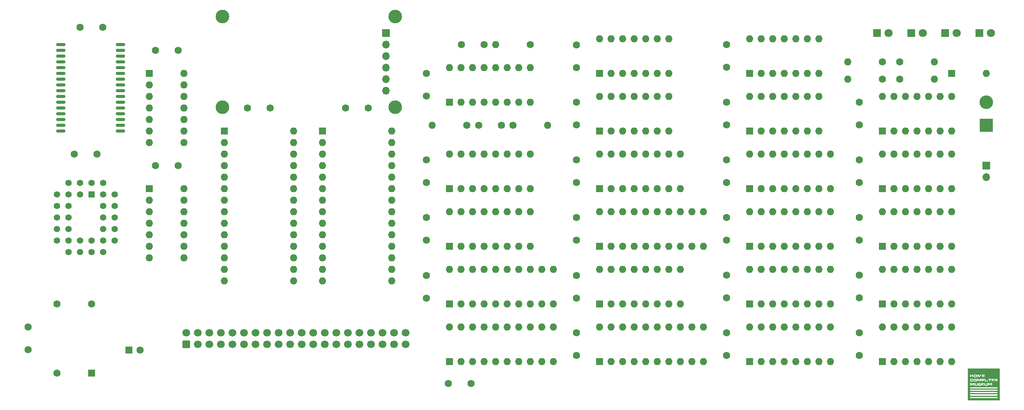
<source format=gbr>
%TF.GenerationSoftware,KiCad,Pcbnew,8.0.2*%
%TF.CreationDate,2024-08-04T17:16:15+02:00*%
%TF.ProjectId,internal-sdcard-interface,696e7465-726e-4616-9c2d-736463617264,P2000T Multifunctiebord*%
%TF.SameCoordinates,Original*%
%TF.FileFunction,Soldermask,Top*%
%TF.FilePolarity,Negative*%
%FSLAX46Y46*%
G04 Gerber Fmt 4.6, Leading zero omitted, Abs format (unit mm)*
G04 Created by KiCad (PCBNEW 8.0.2) date 2024-08-04 17:16:15*
%MOMM*%
%LPD*%
G01*
G04 APERTURE LIST*
G04 Aperture macros list*
%AMRoundRect*
0 Rectangle with rounded corners*
0 $1 Rounding radius*
0 $2 $3 $4 $5 $6 $7 $8 $9 X,Y pos of 4 corners*
0 Add a 4 corners polygon primitive as box body*
4,1,4,$2,$3,$4,$5,$6,$7,$8,$9,$2,$3,0*
0 Add four circle primitives for the rounded corners*
1,1,$1+$1,$2,$3*
1,1,$1+$1,$4,$5*
1,1,$1+$1,$6,$7*
1,1,$1+$1,$8,$9*
0 Add four rect primitives between the rounded corners*
20,1,$1+$1,$2,$3,$4,$5,0*
20,1,$1+$1,$4,$5,$6,$7,0*
20,1,$1+$1,$6,$7,$8,$9,0*
20,1,$1+$1,$8,$9,$2,$3,0*%
G04 Aperture macros list end*
%ADD10C,0.000000*%
%ADD11C,3.000000*%
%ADD12R,1.700000X1.700000*%
%ADD13O,1.700000X1.700000*%
%ADD14C,1.600000*%
%ADD15R,1.600000X1.600000*%
%ADD16O,1.600000X1.600000*%
%ADD17R,1.422400X1.422400*%
%ADD18C,1.422400*%
%ADD19R,1.800000X1.800000*%
%ADD20C,1.800000*%
%ADD21RoundRect,0.150000X-0.875000X-0.150000X0.875000X-0.150000X0.875000X0.150000X-0.875000X0.150000X0*%
%ADD22R,3.000000X3.000000*%
%ADD23RoundRect,0.250000X0.600000X-0.600000X0.600000X0.600000X-0.600000X0.600000X-0.600000X-0.600000X0*%
%ADD24C,1.700000*%
G04 APERTURE END LIST*
D10*
%TO.C,G001*%
G36*
X253293941Y-132248701D02*
G01*
X253330945Y-132248867D01*
X253364187Y-132249329D01*
X253392637Y-132250055D01*
X253415268Y-132251011D01*
X253431053Y-132252165D01*
X253438327Y-132253280D01*
X253451454Y-132259179D01*
X253460322Y-132269156D01*
X253465540Y-132284516D01*
X253467714Y-132306560D01*
X253467869Y-132316617D01*
X253467608Y-132333997D01*
X253466340Y-132345256D01*
X253463337Y-132353022D01*
X253457871Y-132359920D01*
X253455079Y-132362777D01*
X253442289Y-132375567D01*
X253304123Y-132375567D01*
X253165957Y-132375567D01*
X253165957Y-132312122D01*
X253165957Y-132248677D01*
X253293941Y-132248701D01*
G37*
G36*
X256140229Y-132248701D02*
G01*
X256179086Y-132248853D01*
X256213977Y-132249278D01*
X256243960Y-132249947D01*
X256268093Y-132250833D01*
X256285433Y-132251908D01*
X256295038Y-132253145D01*
X256295432Y-132253246D01*
X256308814Y-132258585D01*
X256317627Y-132266822D01*
X256322697Y-132279576D01*
X256324852Y-132298464D01*
X256325096Y-132311244D01*
X256324856Y-132328882D01*
X256323675Y-132340331D01*
X256320858Y-132348147D01*
X256315713Y-132354889D01*
X256312306Y-132358402D01*
X256299516Y-132371192D01*
X256150411Y-132371192D01*
X256001306Y-132371192D01*
X256001306Y-132309934D01*
X256001306Y-132248677D01*
X256140229Y-132248701D01*
G37*
G36*
X251589527Y-132246050D02*
G01*
X251623280Y-132246717D01*
X251654867Y-132247994D01*
X251682955Y-132249881D01*
X251706211Y-132252376D01*
X251723303Y-132255478D01*
X251732477Y-132258891D01*
X251742673Y-132267758D01*
X251750298Y-132280043D01*
X251755867Y-132297181D01*
X251759889Y-132320603D01*
X251762071Y-132341631D01*
X251763650Y-132371089D01*
X251763514Y-132400378D01*
X251761817Y-132427696D01*
X251758713Y-132451241D01*
X251754356Y-132469212D01*
X251750456Y-132477800D01*
X251741992Y-132486269D01*
X251729412Y-132494351D01*
X251725051Y-132496418D01*
X251718719Y-132498735D01*
X251711083Y-132500575D01*
X251701071Y-132502003D01*
X251687612Y-132503084D01*
X251669637Y-132503883D01*
X251646073Y-132504464D01*
X251615851Y-132504893D01*
X251579824Y-132505219D01*
X251546174Y-132505340D01*
X251514346Y-132505199D01*
X251485688Y-132504821D01*
X251461548Y-132504232D01*
X251443275Y-132503457D01*
X251432218Y-132502523D01*
X251431335Y-132502383D01*
X251416030Y-132498398D01*
X251402577Y-132492780D01*
X251398519Y-132490278D01*
X251390304Y-132483441D01*
X251384157Y-132475868D01*
X251379785Y-132466227D01*
X251376894Y-132453188D01*
X251375190Y-132435418D01*
X251374382Y-132411587D01*
X251374174Y-132380363D01*
X251374174Y-132379795D01*
X251374565Y-132345226D01*
X251375927Y-132318241D01*
X251378546Y-132297702D01*
X251382708Y-132282468D01*
X251388697Y-132271399D01*
X251396798Y-132263357D01*
X251404509Y-132258586D01*
X251416122Y-132254943D01*
X251434895Y-132251920D01*
X251459496Y-132249514D01*
X251488592Y-132247726D01*
X251520850Y-132246553D01*
X251554940Y-132245995D01*
X251589527Y-132246050D01*
G37*
G36*
X251652408Y-131313389D02*
G01*
X251690453Y-131314194D01*
X251720783Y-131315281D01*
X251744432Y-131316897D01*
X251762437Y-131319293D01*
X251775833Y-131322715D01*
X251785654Y-131327412D01*
X251792938Y-131333633D01*
X251798718Y-131341625D01*
X251802977Y-131349503D01*
X251806156Y-131356711D01*
X251808467Y-131364685D01*
X251810043Y-131374911D01*
X251811020Y-131388873D01*
X251811533Y-131408056D01*
X251811716Y-131433944D01*
X251811728Y-131445765D01*
X251811515Y-131478377D01*
X251810620Y-131503477D01*
X251808660Y-131522300D01*
X251805250Y-131536082D01*
X251800008Y-131546057D01*
X251792548Y-131553461D01*
X251782489Y-131559526D01*
X251775319Y-131562915D01*
X251768602Y-131565682D01*
X251761482Y-131567851D01*
X251752804Y-131569508D01*
X251741415Y-131570737D01*
X251726158Y-131571625D01*
X251705880Y-131572257D01*
X251679426Y-131572718D01*
X251645641Y-131573094D01*
X251636706Y-131573178D01*
X251603701Y-131573324D01*
X251572054Y-131573174D01*
X251543281Y-131572757D01*
X251518899Y-131572103D01*
X251500424Y-131571241D01*
X251490295Y-131570340D01*
X251466589Y-131565178D01*
X251449421Y-131556582D01*
X251436882Y-131543399D01*
X251431973Y-131535153D01*
X251429133Y-131528717D01*
X251427116Y-131521038D01*
X251425824Y-131510687D01*
X251425155Y-131496234D01*
X251425009Y-131476249D01*
X251425287Y-131449301D01*
X251425409Y-131441390D01*
X251426114Y-131409625D01*
X251427270Y-131385299D01*
X251429180Y-131367100D01*
X251432145Y-131353715D01*
X251436467Y-131343835D01*
X251442449Y-131336147D01*
X251450392Y-131329339D01*
X251451379Y-131328603D01*
X251462225Y-131323345D01*
X251479318Y-131319190D01*
X251503095Y-131316107D01*
X251533990Y-131314061D01*
X251572442Y-131313020D01*
X251618886Y-131312950D01*
X251652408Y-131313389D01*
G37*
G36*
X256977051Y-133294430D02*
G01*
X256977051Y-136794861D01*
X253476620Y-136794861D01*
X249976190Y-136794861D01*
X249976190Y-136309176D01*
X250466250Y-136309176D01*
X253476620Y-136309176D01*
X256486991Y-136309176D01*
X256486991Y-136175722D01*
X256486991Y-136042268D01*
X253476620Y-136042268D01*
X250466250Y-136042268D01*
X250466250Y-136175722D01*
X250466250Y-136309176D01*
X249976190Y-136309176D01*
X249976190Y-136175722D01*
X249976190Y-135784111D01*
X250466250Y-135784111D01*
X253476620Y-135784111D01*
X256486991Y-135784111D01*
X256486991Y-135650658D01*
X256486991Y-135517204D01*
X253476620Y-135517204D01*
X250466250Y-135517204D01*
X250466250Y-135650658D01*
X250466250Y-135784111D01*
X249976190Y-135784111D01*
X249976190Y-135650658D01*
X249976190Y-135259047D01*
X250466250Y-135259047D01*
X253476620Y-135259047D01*
X256486991Y-135259047D01*
X256486991Y-135125593D01*
X256486991Y-134992139D01*
X253476620Y-134992139D01*
X250466250Y-134992139D01*
X250466250Y-135125593D01*
X250466250Y-135259047D01*
X249976190Y-135259047D01*
X249976190Y-135125593D01*
X249976190Y-134733982D01*
X250466250Y-134733982D01*
X253476620Y-134733982D01*
X256486991Y-134733982D01*
X256486991Y-134600528D01*
X256486991Y-134467074D01*
X253476620Y-134467074D01*
X250466250Y-134467074D01*
X250466250Y-134600528D01*
X250466250Y-134733982D01*
X249976190Y-134733982D01*
X249976190Y-134600528D01*
X249976190Y-134208918D01*
X250466250Y-134208918D01*
X253476620Y-134208918D01*
X256486991Y-134208918D01*
X256486991Y-134075464D01*
X256486991Y-133942010D01*
X253476620Y-133942010D01*
X250466250Y-133942010D01*
X250466250Y-134075464D01*
X250466250Y-134208918D01*
X249976190Y-134208918D01*
X249976190Y-134075464D01*
X249976190Y-133294430D01*
X249976190Y-133049400D01*
X250475001Y-133049400D01*
X250475001Y-133309745D01*
X250475001Y-133570089D01*
X250554854Y-133570091D01*
X250634708Y-133570093D01*
X250633441Y-133377567D01*
X250632173Y-133185042D01*
X250644419Y-133185042D01*
X250647342Y-133185315D01*
X250650294Y-133186564D01*
X250653639Y-133189431D01*
X250657739Y-133194563D01*
X250662956Y-133202601D01*
X250669654Y-133214190D01*
X250678194Y-133229973D01*
X250688940Y-133250595D01*
X250702253Y-133276699D01*
X250718498Y-133308929D01*
X250738035Y-133347929D01*
X250752848Y-133377565D01*
X250849030Y-133570089D01*
X250917975Y-133570089D01*
X250986919Y-133570089D01*
X251083201Y-133377565D01*
X251105175Y-133333673D01*
X251123622Y-133296981D01*
X251138900Y-133266849D01*
X251151366Y-133242636D01*
X251161380Y-133223702D01*
X251169299Y-133209406D01*
X251175481Y-133199107D01*
X251180285Y-133192165D01*
X251184070Y-133187939D01*
X251187192Y-133185788D01*
X251190011Y-133185072D01*
X251190862Y-133185042D01*
X251202242Y-133185042D01*
X251200697Y-133377566D01*
X251199152Y-133570090D01*
X251279006Y-133570090D01*
X251358860Y-133570089D01*
X251358860Y-133309686D01*
X251358860Y-133049400D01*
X251458805Y-133049400D01*
X251460647Y-133249581D01*
X251461136Y-133298288D01*
X251461649Y-133339054D01*
X251462218Y-133372690D01*
X251462876Y-133400005D01*
X251463656Y-133421811D01*
X251464590Y-133438917D01*
X251465710Y-133452133D01*
X251467048Y-133462271D01*
X251468638Y-133470139D01*
X251469608Y-133473719D01*
X251480293Y-133500785D01*
X251495219Y-133522941D01*
X251515148Y-133540649D01*
X251540839Y-133554371D01*
X251573054Y-133564569D01*
X251612554Y-133571704D01*
X251635150Y-133574257D01*
X251651875Y-133575341D01*
X251675331Y-133576143D01*
X251704210Y-133576674D01*
X251737202Y-133576949D01*
X251773000Y-133576982D01*
X251810295Y-133576787D01*
X251847778Y-133576376D01*
X251884141Y-133575765D01*
X251918075Y-133574966D01*
X251948271Y-133573993D01*
X251973422Y-133572859D01*
X251992219Y-133571580D01*
X252002064Y-133570415D01*
X252029394Y-133563469D01*
X252055835Y-133552817D01*
X252078905Y-133539685D01*
X252096123Y-133525299D01*
X252098259Y-133522855D01*
X252108279Y-133509255D01*
X252116096Y-133494760D01*
X252122061Y-133477942D01*
X252126524Y-133457374D01*
X252129839Y-133431630D01*
X252132355Y-133399283D01*
X252132591Y-133395068D01*
X252215214Y-133395068D01*
X252218229Y-133438845D01*
X252220219Y-133459945D01*
X252223033Y-133479929D01*
X252226204Y-133495746D01*
X252227776Y-133501134D01*
X252237935Y-133521886D01*
X252252800Y-133538703D01*
X252273143Y-133551972D01*
X252299733Y-133562083D01*
X252333338Y-133569425D01*
X252372459Y-133574187D01*
X252392879Y-133575500D01*
X252420412Y-133576544D01*
X252453424Y-133577318D01*
X252490280Y-133577822D01*
X252529348Y-133578057D01*
X252568992Y-133578020D01*
X252607579Y-133577711D01*
X252643474Y-133577131D01*
X252675044Y-133576279D01*
X252700655Y-133575153D01*
X252713089Y-133574295D01*
X252745811Y-133570089D01*
X252942804Y-133570089D01*
X253231590Y-133570089D01*
X253520376Y-133570089D01*
X253520376Y-133506644D01*
X253520376Y-133443198D01*
X253310350Y-133443198D01*
X253100324Y-133443198D01*
X253100324Y-133403819D01*
X253100324Y-133364439D01*
X253299411Y-133364439D01*
X253498498Y-133364439D01*
X253498498Y-133305369D01*
X253498498Y-133246299D01*
X253299411Y-133246299D01*
X253100324Y-133246299D01*
X253100324Y-133211295D01*
X253100324Y-133176291D01*
X253310350Y-133176291D01*
X253520376Y-133176291D01*
X253520376Y-133112845D01*
X253520376Y-133049400D01*
X253602819Y-133049400D01*
X253604763Y-133249581D01*
X253605286Y-133300090D01*
X253605847Y-133342669D01*
X253606529Y-133378137D01*
X253607414Y-133407317D01*
X253608585Y-133431029D01*
X253610126Y-133450092D01*
X253612118Y-133465328D01*
X253614645Y-133477558D01*
X253617789Y-133487601D01*
X253621633Y-133496280D01*
X253626259Y-133504413D01*
X253631224Y-133512039D01*
X253647179Y-133530905D01*
X253667595Y-133546017D01*
X253693408Y-133557767D01*
X253725555Y-133566549D01*
X253764974Y-133572760D01*
X253779164Y-133574257D01*
X253795889Y-133575341D01*
X253819345Y-133576143D01*
X253848223Y-133576674D01*
X253881216Y-133576949D01*
X253917014Y-133576982D01*
X253954309Y-133576787D01*
X253991792Y-133576376D01*
X254028154Y-133575765D01*
X254062089Y-133574966D01*
X254092285Y-133573993D01*
X254117436Y-133572859D01*
X254136232Y-133571580D01*
X254146078Y-133570415D01*
X254147299Y-133570089D01*
X254377981Y-133570089D01*
X254459503Y-133570089D01*
X254541026Y-133570089D01*
X254537787Y-133377565D01*
X254534549Y-133185042D01*
X254547272Y-133185042D01*
X254550271Y-133185261D01*
X254553235Y-133186346D01*
X254556532Y-133188939D01*
X254560527Y-133193681D01*
X254565590Y-133201215D01*
X254572086Y-133212181D01*
X254580383Y-133227221D01*
X254590848Y-133246977D01*
X254603849Y-133272091D01*
X254619753Y-133303204D01*
X254638926Y-133340957D01*
X254657526Y-133377675D01*
X254755057Y-133570307D01*
X254823410Y-133569104D01*
X254891763Y-133567901D01*
X254988197Y-133376565D01*
X255010251Y-133332855D01*
X255028756Y-133296332D01*
X255044075Y-133266354D01*
X255056568Y-133242279D01*
X255066597Y-133223468D01*
X255074525Y-133209276D01*
X255080713Y-133199064D01*
X255085523Y-133192188D01*
X255089317Y-133188009D01*
X255092455Y-133185883D01*
X255095301Y-133185170D01*
X255096129Y-133185136D01*
X255107627Y-133185042D01*
X255105327Y-133377565D01*
X255103028Y-133570089D01*
X255182434Y-133570089D01*
X255261840Y-133570089D01*
X255261840Y-133309745D01*
X255261840Y-133049400D01*
X255117955Y-133049400D01*
X254974071Y-133049400D01*
X254902926Y-133203638D01*
X254886941Y-133238335D01*
X254871975Y-133270908D01*
X254858457Y-133300415D01*
X254846816Y-133325913D01*
X254837482Y-133346462D01*
X254830885Y-133361121D01*
X254827454Y-133368947D01*
X254827207Y-133369557D01*
X254825848Y-133371925D01*
X254824010Y-133372297D01*
X254821356Y-133370024D01*
X254817545Y-133364457D01*
X254812239Y-133354946D01*
X254805099Y-133340841D01*
X254795785Y-133321494D01*
X254783959Y-133296254D01*
X254769281Y-133264473D01*
X254751412Y-133225500D01*
X254747256Y-133216413D01*
X254671878Y-133051588D01*
X254524930Y-133050436D01*
X254377981Y-133049284D01*
X254377981Y-133309686D01*
X254377981Y-133570089D01*
X254147299Y-133570089D01*
X254183400Y-133560447D01*
X254214825Y-133544715D01*
X254239919Y-133523556D01*
X254258251Y-133497307D01*
X254266720Y-133476443D01*
X254269844Y-133461513D01*
X254272670Y-133438510D01*
X254275164Y-133408109D01*
X254277295Y-133370984D01*
X254279029Y-133327810D01*
X254279517Y-133309686D01*
X254280335Y-133279261D01*
X254281180Y-133226012D01*
X254281531Y-133168736D01*
X254281532Y-133168633D01*
X254281719Y-133049400D01*
X254200772Y-133049400D01*
X254119824Y-133049400D01*
X254119662Y-133166446D01*
X254119462Y-133201400D01*
X254118988Y-133236915D01*
X254118287Y-133270999D01*
X254117404Y-133301662D01*
X254116385Y-133326914D01*
X254115640Y-133339950D01*
X254113410Y-133367156D01*
X254110550Y-133387190D01*
X254106385Y-133401633D01*
X254100237Y-133412064D01*
X254091429Y-133420064D01*
X254079285Y-133427211D01*
X254077974Y-133427882D01*
X254071569Y-133430754D01*
X254064263Y-133432967D01*
X254054801Y-133434630D01*
X254041927Y-133435855D01*
X254024385Y-133436752D01*
X254000918Y-133437430D01*
X253970272Y-133438002D01*
X253961322Y-133438141D01*
X253915557Y-133438473D01*
X253877730Y-133437808D01*
X253847063Y-133435936D01*
X253822776Y-133432647D01*
X253804094Y-133427729D01*
X253790236Y-133420971D01*
X253780426Y-133412164D01*
X253773884Y-133401096D01*
X253769834Y-133387556D01*
X253769562Y-133386192D01*
X253768681Y-133377327D01*
X253767863Y-133360851D01*
X253767133Y-133337902D01*
X253766515Y-133309621D01*
X253766036Y-133277147D01*
X253765720Y-133241620D01*
X253765596Y-133208013D01*
X253765406Y-133049400D01*
X253684112Y-133049400D01*
X253602819Y-133049400D01*
X253520376Y-133049400D01*
X253231590Y-133049400D01*
X252942804Y-133049400D01*
X252942804Y-133309745D01*
X252942804Y-133570089D01*
X252745811Y-133570089D01*
X252751521Y-133569355D01*
X252782823Y-133561209D01*
X252807608Y-133549129D01*
X252826491Y-133532389D01*
X252840087Y-133510261D01*
X252849009Y-133482016D01*
X252853873Y-133446928D01*
X252855294Y-133405881D01*
X252854327Y-133371158D01*
X252851195Y-133343544D01*
X252845554Y-133321588D01*
X252839884Y-133309745D01*
X252837057Y-133303840D01*
X252828173Y-133291923D01*
X252820028Y-133283256D01*
X252811479Y-133275837D01*
X252801772Y-133269538D01*
X252790149Y-133264230D01*
X252775855Y-133259781D01*
X252758134Y-133256064D01*
X252736228Y-133252949D01*
X252709383Y-133250306D01*
X252676843Y-133248006D01*
X252637850Y-133245920D01*
X252591648Y-133243917D01*
X252537483Y-133241869D01*
X252535259Y-133241789D01*
X252502889Y-133240470D01*
X252472791Y-133238958D01*
X252446252Y-133237342D01*
X252424559Y-133235707D01*
X252408998Y-133234141D01*
X252400855Y-133232731D01*
X252400727Y-133232687D01*
X252388886Y-133224565D01*
X252382396Y-133212007D01*
X252381356Y-133197576D01*
X252385869Y-133183840D01*
X252396036Y-133173363D01*
X252398333Y-133172092D01*
X252406983Y-133169932D01*
X252422868Y-133167985D01*
X252444473Y-133166296D01*
X252470283Y-133164911D01*
X252498783Y-133163875D01*
X252528459Y-133163232D01*
X252557795Y-133163029D01*
X252585277Y-133163310D01*
X252609390Y-133164121D01*
X252626372Y-133165285D01*
X252650680Y-133169281D01*
X252667301Y-133176266D01*
X252676928Y-133186718D01*
X252680257Y-133201116D01*
X252680272Y-133202345D01*
X252680272Y-133215670D01*
X252759617Y-133215670D01*
X252838962Y-133215670D01*
X252836814Y-133173009D01*
X252833381Y-133138765D01*
X252826321Y-133111685D01*
X252814723Y-133090614D01*
X252797674Y-133074399D01*
X252774262Y-133061883D01*
X252743575Y-133051912D01*
X252740574Y-133051138D01*
X252727205Y-133048908D01*
X252706382Y-133046909D01*
X252679397Y-133045164D01*
X252647545Y-133043698D01*
X252612119Y-133042533D01*
X252574413Y-133041694D01*
X252535720Y-133041204D01*
X252497335Y-133041086D01*
X252460551Y-133041365D01*
X252426661Y-133042064D01*
X252396960Y-133043207D01*
X252376675Y-133044489D01*
X252338246Y-133048778D01*
X252307352Y-133055262D01*
X252282937Y-133064473D01*
X252263942Y-133076943D01*
X252249311Y-133093206D01*
X252237988Y-133113793D01*
X252237669Y-133114527D01*
X252231521Y-133134362D01*
X252226975Y-133160301D01*
X252224267Y-133189803D01*
X252223631Y-133220329D01*
X252225228Y-133248601D01*
X252230396Y-133279457D01*
X252239247Y-133303726D01*
X252252545Y-133323072D01*
X252264596Y-133334326D01*
X252271237Y-133339339D01*
X252278190Y-133343704D01*
X252286133Y-133347500D01*
X252295744Y-133350805D01*
X252307701Y-133353697D01*
X252322683Y-133356253D01*
X252341368Y-133358552D01*
X252364432Y-133360672D01*
X252392555Y-133362691D01*
X252426414Y-133364687D01*
X252466688Y-133366737D01*
X252514054Y-133368920D01*
X252569191Y-133371315D01*
X252595927Y-133372448D01*
X252628495Y-133373929D01*
X252653334Y-133375565D01*
X252671461Y-133377802D01*
X252683894Y-133381084D01*
X252691650Y-133385859D01*
X252695746Y-133392571D01*
X252697201Y-133401666D01*
X252697030Y-133413589D01*
X252696873Y-133416666D01*
X252696220Y-133426555D01*
X252694842Y-133434529D01*
X252691881Y-133440796D01*
X252686474Y-133445560D01*
X252677761Y-133449028D01*
X252664882Y-133451406D01*
X252646975Y-133452899D01*
X252623180Y-133453714D01*
X252592636Y-133454056D01*
X252554482Y-133454131D01*
X252540255Y-133454133D01*
X252503089Y-133454105D01*
X252473628Y-133453977D01*
X252450825Y-133453682D01*
X252433634Y-133453156D01*
X252421009Y-133452334D01*
X252411904Y-133451149D01*
X252405272Y-133449538D01*
X252400066Y-133447435D01*
X252395862Y-133445142D01*
X252385617Y-133437592D01*
X252379900Y-133428119D01*
X252376793Y-133415607D01*
X252373038Y-133395068D01*
X252294126Y-133395068D01*
X252215214Y-133395068D01*
X252132591Y-133395068D01*
X252133428Y-133380087D01*
X252134540Y-133353498D01*
X252135544Y-133320389D01*
X252136395Y-133282989D01*
X252137049Y-133243528D01*
X252137459Y-133204237D01*
X252137581Y-133175197D01*
X252137705Y-133049400D01*
X252056758Y-133049400D01*
X251975811Y-133049400D01*
X251975558Y-133173009D01*
X251975357Y-133208180D01*
X251974922Y-133243296D01*
X251974293Y-133276581D01*
X251973508Y-133306257D01*
X251972607Y-133330548D01*
X251971735Y-133346247D01*
X251969333Y-133372392D01*
X251965953Y-133391486D01*
X251960811Y-133405227D01*
X251953121Y-133415314D01*
X251942096Y-133423443D01*
X251933961Y-133427882D01*
X251927555Y-133430754D01*
X251920249Y-133432967D01*
X251910787Y-133434630D01*
X251897913Y-133435855D01*
X251880371Y-133436752D01*
X251856905Y-133437430D01*
X251826258Y-133438002D01*
X251817308Y-133438141D01*
X251771956Y-133438499D01*
X251734524Y-133437923D01*
X251704209Y-133436192D01*
X251680209Y-133433088D01*
X251661723Y-133428394D01*
X251647948Y-133421889D01*
X251638083Y-133413356D01*
X251631324Y-133402575D01*
X251626871Y-133389327D01*
X251626108Y-133385999D01*
X251624806Y-133375290D01*
X251623684Y-133356592D01*
X251622763Y-133330664D01*
X251622061Y-133298266D01*
X251621600Y-133260158D01*
X251621399Y-133217101D01*
X251621392Y-133206704D01*
X251621392Y-133049400D01*
X251540099Y-133049400D01*
X251458805Y-133049400D01*
X251358860Y-133049400D01*
X251358860Y-133049282D01*
X251213483Y-133050435D01*
X251068105Y-133051588D01*
X250993612Y-133214067D01*
X250977474Y-133249106D01*
X250962421Y-133281482D01*
X250948846Y-133310371D01*
X250937145Y-133334947D01*
X250927712Y-133354384D01*
X250920941Y-133367858D01*
X250917226Y-133374542D01*
X250916667Y-133375124D01*
X250914378Y-133370963D01*
X250908866Y-133359681D01*
X250900526Y-133342123D01*
X250889755Y-133319134D01*
X250876947Y-133291561D01*
X250862499Y-133260249D01*
X250846805Y-133226044D01*
X250840180Y-133211550D01*
X250766143Y-133049400D01*
X250620572Y-133049400D01*
X250475001Y-133049400D01*
X249976190Y-133049400D01*
X249976190Y-132375503D01*
X250466065Y-132375503D01*
X250466214Y-132409605D01*
X250466617Y-132442373D01*
X250467271Y-132472385D01*
X250468174Y-132498218D01*
X250469325Y-132518450D01*
X250470721Y-132531658D01*
X250471047Y-132533419D01*
X250480570Y-132564647D01*
X250494966Y-132589507D01*
X250515018Y-132608731D01*
X250541509Y-132623053D01*
X250575224Y-132633205D01*
X250578506Y-132633911D01*
X250598099Y-132636969D01*
X250625029Y-132639651D01*
X250657888Y-132641924D01*
X250695271Y-132643756D01*
X250735769Y-132645114D01*
X250777976Y-132645968D01*
X250820485Y-132646285D01*
X250861887Y-132646032D01*
X250900777Y-132645177D01*
X250935747Y-132643689D01*
X250954231Y-132642481D01*
X250995839Y-132638387D01*
X251029763Y-132632810D01*
X251057005Y-132625332D01*
X251078566Y-132615536D01*
X251095449Y-132603003D01*
X251108654Y-132587315D01*
X251115841Y-132575030D01*
X251121220Y-132563960D01*
X251124959Y-132554085D01*
X251127422Y-132543332D01*
X251128974Y-132529630D01*
X251129980Y-132510905D01*
X251130636Y-132490947D01*
X251132345Y-132432449D01*
X251048703Y-132432449D01*
X250965061Y-132432449D01*
X250965061Y-132456271D01*
X250964322Y-132470389D01*
X250961592Y-132481951D01*
X250956107Y-132491189D01*
X250947100Y-132498334D01*
X250933804Y-132503618D01*
X250915454Y-132507270D01*
X250891283Y-132509524D01*
X250860526Y-132510609D01*
X250822415Y-132510758D01*
X250785892Y-132510355D01*
X250744936Y-132509712D01*
X250711879Y-132508664D01*
X250685875Y-132506489D01*
X250666081Y-132502467D01*
X250651648Y-132495877D01*
X250641732Y-132485997D01*
X250635488Y-132472108D01*
X250632069Y-132453488D01*
X250630629Y-132429416D01*
X250630323Y-132399172D01*
X250630332Y-132377755D01*
X251212281Y-132377755D01*
X251212415Y-132420407D01*
X251212899Y-132455435D01*
X251213858Y-132483964D01*
X251215419Y-132507117D01*
X251217706Y-132526020D01*
X251220845Y-132541796D01*
X251224962Y-132555571D01*
X251230182Y-132568467D01*
X251234605Y-132577664D01*
X251247272Y-132596885D01*
X251264366Y-132612287D01*
X251286734Y-132624235D01*
X251315225Y-132633095D01*
X251350685Y-132639231D01*
X251385113Y-132642455D01*
X251404768Y-132643412D01*
X251430849Y-132644117D01*
X251462138Y-132644584D01*
X251497416Y-132644826D01*
X251535465Y-132644853D01*
X251575065Y-132644679D01*
X251614998Y-132644316D01*
X251654046Y-132643777D01*
X251690990Y-132643073D01*
X251724610Y-132642217D01*
X251753689Y-132641222D01*
X251777007Y-132640100D01*
X251793347Y-132638863D01*
X251798129Y-132638267D01*
X251798867Y-132638099D01*
X252019566Y-132638099D01*
X252098326Y-132638099D01*
X252177085Y-132638099D01*
X252177085Y-132443388D01*
X252177085Y-132248677D01*
X252188031Y-132248677D01*
X252190761Y-132249163D01*
X252193784Y-132251047D01*
X252197452Y-132254962D01*
X252202119Y-132261541D01*
X252208136Y-132271420D01*
X252215857Y-132285233D01*
X252225635Y-132303614D01*
X252237821Y-132327197D01*
X252252769Y-132356616D01*
X252270831Y-132392507D01*
X252292360Y-132435502D01*
X252296302Y-132443388D01*
X252393629Y-132638099D01*
X252461472Y-132637990D01*
X252529316Y-132637881D01*
X252627698Y-132443279D01*
X252650119Y-132398993D01*
X252668984Y-132361910D01*
X252684645Y-132331401D01*
X252697453Y-132306840D01*
X252707761Y-132287597D01*
X252715919Y-132273046D01*
X252722278Y-132262557D01*
X252727191Y-132255504D01*
X252731009Y-132251259D01*
X252734083Y-132249192D01*
X252736620Y-132248677D01*
X252747160Y-132248677D01*
X252744957Y-132443388D01*
X252742755Y-132638099D01*
X252823090Y-132638099D01*
X252903425Y-132638099D01*
X253004062Y-132638099D01*
X253085009Y-132638099D01*
X253165957Y-132638099D01*
X253165957Y-132575043D01*
X253165957Y-132511987D01*
X253337697Y-132509946D01*
X253384498Y-132509345D01*
X253423470Y-132508687D01*
X253455537Y-132507867D01*
X253481621Y-132506784D01*
X253502644Y-132505334D01*
X253519529Y-132503413D01*
X253533199Y-132500920D01*
X253544577Y-132497750D01*
X253554584Y-132493801D01*
X253564144Y-132488969D01*
X253573415Y-132483609D01*
X253590583Y-132471184D01*
X253604149Y-132456045D01*
X253614448Y-132437180D01*
X253621815Y-132413575D01*
X253626585Y-132384218D01*
X253629093Y-132348095D01*
X253629696Y-132313431D01*
X253629091Y-132273524D01*
X253626970Y-132241071D01*
X253623007Y-132214857D01*
X253616876Y-132193667D01*
X253608249Y-132176286D01*
X253596801Y-132161497D01*
X253586142Y-132151356D01*
X253578768Y-132145086D01*
X253571926Y-132139706D01*
X253564911Y-132135144D01*
X253557021Y-132131330D01*
X253547552Y-132128190D01*
X253535800Y-132125652D01*
X253521063Y-132123646D01*
X253502637Y-132122100D01*
X253479819Y-132120940D01*
X253451906Y-132120096D01*
X253418193Y-132119496D01*
X253377979Y-132119068D01*
X253330559Y-132118739D01*
X253275230Y-132118439D01*
X253263313Y-132118377D01*
X253078298Y-132117410D01*
X253712070Y-132117410D01*
X253714090Y-132313216D01*
X253714699Y-132366246D01*
X253715428Y-132411311D01*
X253716404Y-132449198D01*
X253717754Y-132480693D01*
X253719603Y-132506581D01*
X253722080Y-132527650D01*
X253725309Y-132544686D01*
X253729418Y-132558475D01*
X253734533Y-132569802D01*
X253740781Y-132579455D01*
X253748287Y-132588220D01*
X253757180Y-132596883D01*
X253760174Y-132599614D01*
X253778887Y-132613122D01*
X253802611Y-132624009D01*
X253832177Y-132632499D01*
X253868417Y-132638811D01*
X253912161Y-132643168D01*
X253927301Y-132644152D01*
X253942691Y-132644694D01*
X253964596Y-132644977D01*
X253991664Y-132645027D01*
X254022542Y-132644865D01*
X254055878Y-132644517D01*
X254090322Y-132644005D01*
X254124521Y-132643353D01*
X254157123Y-132642586D01*
X254186776Y-132641727D01*
X254212128Y-132640800D01*
X254231828Y-132639827D01*
X254244524Y-132638834D01*
X254246715Y-132638544D01*
X254283418Y-132630727D01*
X254312889Y-132619797D01*
X254336295Y-132605103D01*
X254354801Y-132585991D01*
X254363295Y-132573393D01*
X254368659Y-132563834D01*
X254373181Y-132554078D01*
X254376945Y-132543291D01*
X254380033Y-132530637D01*
X254382530Y-132515280D01*
X254384517Y-132496385D01*
X254386080Y-132473115D01*
X254387300Y-132444636D01*
X254388262Y-132410112D01*
X254389049Y-132368707D01*
X254389744Y-132319586D01*
X254389905Y-132306652D01*
X254390561Y-132253052D01*
X254465492Y-132253052D01*
X254581444Y-132253052D01*
X254697395Y-132253052D01*
X254697395Y-132445576D01*
X254697395Y-132638099D01*
X254780531Y-132638099D01*
X254863666Y-132638099D01*
X255169953Y-132638099D01*
X255460927Y-132638099D01*
X255751900Y-132638099D01*
X255839411Y-132638099D01*
X255920358Y-132638099D01*
X256001306Y-132638099D01*
X256001306Y-132572466D01*
X256001306Y-132506833D01*
X256140670Y-132506833D01*
X256180655Y-132506978D01*
X256215855Y-132507396D01*
X256245479Y-132508064D01*
X256268731Y-132508959D01*
X256284819Y-132510058D01*
X256292944Y-132511334D01*
X256303997Y-132517133D01*
X256312113Y-132526528D01*
X256317789Y-132540784D01*
X256321524Y-132561167D01*
X256323812Y-132588942D01*
X256323873Y-132590074D01*
X256326407Y-132638099D01*
X256404944Y-132638099D01*
X256483481Y-132638099D01*
X256481838Y-132562621D01*
X256480738Y-132528714D01*
X256478734Y-132502371D01*
X256475282Y-132482410D01*
X256469837Y-132467653D01*
X256461854Y-132456918D01*
X256450789Y-132449025D01*
X256436098Y-132442794D01*
X256424923Y-132439246D01*
X256406380Y-132433770D01*
X256421908Y-132430857D01*
X256434339Y-132426247D01*
X256448617Y-132417770D01*
X256455619Y-132412380D01*
X256466092Y-132402157D01*
X256474064Y-132390871D01*
X256479817Y-132377247D01*
X256483631Y-132360011D01*
X256485789Y-132337890D01*
X256486572Y-132309611D01*
X256486260Y-132273899D01*
X256486256Y-132273669D01*
X256485639Y-132245865D01*
X256484884Y-132225199D01*
X256483783Y-132210057D01*
X256482133Y-132198828D01*
X256479726Y-132189897D01*
X256476357Y-132181652D01*
X256473864Y-132176512D01*
X256459245Y-132155266D01*
X256439320Y-132137170D01*
X256416885Y-132124582D01*
X256409214Y-132121985D01*
X256401007Y-132120967D01*
X256384315Y-132120069D01*
X256359406Y-132119296D01*
X256326545Y-132118650D01*
X256286000Y-132118138D01*
X256238037Y-132117761D01*
X256182921Y-132117526D01*
X256120920Y-132117436D01*
X256116164Y-132117435D01*
X255839411Y-132117410D01*
X255839411Y-132377755D01*
X255839411Y-132638099D01*
X255751900Y-132638099D01*
X255751900Y-132574654D01*
X255751900Y-132511209D01*
X255541874Y-132511209D01*
X255331848Y-132511209D01*
X255331848Y-132471829D01*
X255331848Y-132432449D01*
X255530935Y-132432449D01*
X255730022Y-132432449D01*
X255730022Y-132377755D01*
X255730022Y-132373379D01*
X255730022Y-132314310D01*
X255530935Y-132314310D01*
X255331848Y-132314310D01*
X255331848Y-132277118D01*
X255331848Y-132239925D01*
X255541874Y-132239925D01*
X255751900Y-132239925D01*
X255751900Y-132178668D01*
X255751900Y-132117410D01*
X255460927Y-132117410D01*
X255169953Y-132117410D01*
X255169953Y-132377755D01*
X255169953Y-132638099D01*
X254863666Y-132638099D01*
X254863666Y-132445576D01*
X254863666Y-132377755D01*
X254863666Y-132253052D01*
X254979618Y-132253052D01*
X255095569Y-132253052D01*
X255095569Y-132185231D01*
X255095569Y-132117410D01*
X254780531Y-132117410D01*
X254465492Y-132117410D01*
X254465492Y-132185231D01*
X254465492Y-132253052D01*
X254390561Y-132253052D01*
X254391392Y-132185231D01*
X254392222Y-132117410D01*
X254310717Y-132117410D01*
X254229213Y-132117410D01*
X254228937Y-132254146D01*
X254228754Y-132304092D01*
X254228331Y-132346067D01*
X254227537Y-132380846D01*
X254226235Y-132409210D01*
X254224294Y-132431936D01*
X254221578Y-132449802D01*
X254217954Y-132463585D01*
X254213288Y-132474066D01*
X254207446Y-132482020D01*
X254200293Y-132488227D01*
X254191697Y-132493464D01*
X254187363Y-132495692D01*
X254180431Y-132498660D01*
X254172280Y-132500929D01*
X254161570Y-132502630D01*
X254146966Y-132503892D01*
X254127129Y-132504843D01*
X254100722Y-132505614D01*
X254080092Y-132506066D01*
X254028852Y-132506421D01*
X253986068Y-132505226D01*
X253951581Y-132502469D01*
X253925232Y-132498136D01*
X253906862Y-132492214D01*
X253905029Y-132491315D01*
X253898378Y-132487580D01*
X253892874Y-132483339D01*
X253888399Y-132477770D01*
X253884837Y-132470054D01*
X253882070Y-132459369D01*
X253879982Y-132444893D01*
X253878457Y-132425807D01*
X253877376Y-132401290D01*
X253876623Y-132370519D01*
X253876081Y-132332675D01*
X253875634Y-132286936D01*
X253875615Y-132284775D01*
X253874151Y-132117410D01*
X253793111Y-132117410D01*
X253712070Y-132117410D01*
X253078298Y-132117410D01*
X253004062Y-132117022D01*
X253004062Y-132377560D01*
X253004062Y-132638099D01*
X252903425Y-132638099D01*
X252903425Y-132377755D01*
X252903425Y-132377560D01*
X252903425Y-132117410D01*
X252757938Y-132117455D01*
X252612451Y-132117499D01*
X252538284Y-132279350D01*
X252522164Y-132314384D01*
X252507116Y-132346810D01*
X252493537Y-132375793D01*
X252481827Y-132400496D01*
X252472381Y-132420081D01*
X252465599Y-132433712D01*
X252461879Y-132440553D01*
X252461333Y-132441200D01*
X252458974Y-132437354D01*
X252453402Y-132426373D01*
X252445014Y-132409094D01*
X252434207Y-132386356D01*
X252421377Y-132358995D01*
X252406922Y-132327849D01*
X252391237Y-132293755D01*
X252384628Y-132279305D01*
X252310708Y-132117410D01*
X252165137Y-132117410D01*
X252019566Y-132117410D01*
X252019566Y-132377755D01*
X252019566Y-132638099D01*
X251798867Y-132638099D01*
X251833674Y-132630174D01*
X251862189Y-132617605D01*
X251884427Y-132599812D01*
X251901139Y-132576044D01*
X251913078Y-132545552D01*
X251919419Y-132517438D01*
X251921503Y-132499976D01*
X251923071Y-132475621D01*
X251924135Y-132446030D01*
X251924707Y-132412861D01*
X251924799Y-132377769D01*
X251924799Y-132377755D01*
X251924421Y-132342411D01*
X251923585Y-132308444D01*
X251922304Y-132277524D01*
X251920587Y-132251308D01*
X251918448Y-132231451D01*
X251917382Y-132225186D01*
X251908354Y-132192340D01*
X251895573Y-132166619D01*
X251878112Y-132146865D01*
X251855044Y-132131920D01*
X251836456Y-132124186D01*
X251822611Y-132120225D01*
X251805108Y-132116924D01*
X251783302Y-132114252D01*
X251756549Y-132112178D01*
X251724204Y-132110672D01*
X251685624Y-132109702D01*
X251640164Y-132109237D01*
X251587179Y-132109247D01*
X251533292Y-132109628D01*
X251481884Y-132110197D01*
X251438405Y-132110900D01*
X251402032Y-132111835D01*
X251371941Y-132113097D01*
X251347309Y-132114783D01*
X251327315Y-132116989D01*
X251311135Y-132119811D01*
X251297947Y-132123347D01*
X251286927Y-132127692D01*
X251277253Y-132132942D01*
X251268102Y-132139194D01*
X251265759Y-132140956D01*
X251252704Y-132151848D01*
X251241917Y-132163390D01*
X251233190Y-132176502D01*
X251226315Y-132192107D01*
X251221084Y-132211128D01*
X251217288Y-132234485D01*
X251214719Y-132263102D01*
X251213169Y-132297899D01*
X251212429Y-132339800D01*
X251212281Y-132377755D01*
X250630332Y-132377755D01*
X250630518Y-132341031D01*
X250631545Y-132312068D01*
X250634117Y-132289878D01*
X250638939Y-132273471D01*
X250646715Y-132261860D01*
X250658151Y-132254054D01*
X250673951Y-132249066D01*
X250694820Y-132245906D01*
X250721461Y-132243585D01*
X250726188Y-132243235D01*
X250752044Y-132241923D01*
X250781124Y-132241429D01*
X250811847Y-132241679D01*
X250842627Y-132242599D01*
X250871882Y-132244114D01*
X250898027Y-132246150D01*
X250919479Y-132248634D01*
X250934654Y-132251491D01*
X250939818Y-132253226D01*
X250947138Y-132257303D01*
X250951791Y-132262722D01*
X250954991Y-132271843D01*
X250957954Y-132287027D01*
X250958314Y-132289150D01*
X250961082Y-132305559D01*
X251042491Y-132305559D01*
X251123899Y-132305559D01*
X251121255Y-132260709D01*
X251118295Y-132226997D01*
X251113541Y-132200399D01*
X251106497Y-132179378D01*
X251096667Y-132162395D01*
X251085487Y-132149731D01*
X251074705Y-132140385D01*
X251062834Y-132132484D01*
X251049109Y-132125930D01*
X251032768Y-132120622D01*
X251013047Y-132116462D01*
X250989180Y-132113351D01*
X250960405Y-132111189D01*
X250925958Y-132109877D01*
X250885074Y-132109316D01*
X250836990Y-132109406D01*
X250780941Y-132110049D01*
X250780059Y-132110062D01*
X250742053Y-132110735D01*
X250705887Y-132111588D01*
X250672719Y-132112577D01*
X250643705Y-132113660D01*
X250620003Y-132114793D01*
X250602770Y-132115933D01*
X250593317Y-132117008D01*
X250556983Y-132125652D01*
X250528286Y-132136751D01*
X250506267Y-132151130D01*
X250489964Y-132169615D01*
X250478417Y-132193033D01*
X250470666Y-132222209D01*
X250470602Y-132222544D01*
X250469189Y-132234775D01*
X250468041Y-132254208D01*
X250467157Y-132279420D01*
X250466534Y-132308988D01*
X250466171Y-132341490D01*
X250466065Y-132375503D01*
X249976190Y-132375503D01*
X249976190Y-131706110D01*
X250475001Y-131706110D01*
X250560324Y-131706110D01*
X250645647Y-131706110D01*
X250645647Y-131612036D01*
X250645647Y-131517962D01*
X250820668Y-131517962D01*
X250995690Y-131517962D01*
X250995690Y-131612036D01*
X250995690Y-131706110D01*
X251081013Y-131706110D01*
X251166336Y-131706110D01*
X251166336Y-131443577D01*
X251166336Y-131428758D01*
X251260951Y-131428758D01*
X251261150Y-131470996D01*
X251262580Y-131513085D01*
X251262836Y-131518021D01*
X251265316Y-131555264D01*
X251268486Y-131585131D01*
X251272626Y-131608991D01*
X251278017Y-131628210D01*
X251284940Y-131644155D01*
X251290803Y-131654032D01*
X251302443Y-131668854D01*
X251316415Y-131680855D01*
X251333744Y-131690360D01*
X251355450Y-131697695D01*
X251382557Y-131703184D01*
X251416086Y-131707152D01*
X251457060Y-131709926D01*
X251468248Y-131710455D01*
X251497385Y-131711440D01*
X251531588Y-131712095D01*
X251569489Y-131712438D01*
X251609715Y-131712485D01*
X251650895Y-131712254D01*
X251691660Y-131711761D01*
X251730638Y-131711023D01*
X251766459Y-131710057D01*
X251797751Y-131708881D01*
X251823145Y-131707510D01*
X251839546Y-131706110D01*
X252067697Y-131706110D01*
X252149322Y-131706110D01*
X252230948Y-131706110D01*
X252227819Y-131511398D01*
X252224691Y-131316687D01*
X252237009Y-131316687D01*
X252239928Y-131316949D01*
X252242867Y-131318163D01*
X252246187Y-131320969D01*
X252250249Y-131326007D01*
X252255413Y-131333917D01*
X252262039Y-131345340D01*
X252270488Y-131360915D01*
X252281121Y-131381284D01*
X252294298Y-131407085D01*
X252310379Y-131438960D01*
X252329725Y-131477548D01*
X252346654Y-131511398D01*
X252443980Y-131706110D01*
X252511481Y-131706110D01*
X252578983Y-131706110D01*
X252676887Y-131512492D01*
X252699207Y-131468408D01*
X252717973Y-131431512D01*
X252733543Y-131401166D01*
X252746276Y-131376731D01*
X252756533Y-131357569D01*
X252764671Y-131343040D01*
X252771050Y-131332506D01*
X252776029Y-131325328D01*
X252779968Y-131320868D01*
X252783224Y-131318487D01*
X252786158Y-131317546D01*
X252786513Y-131317499D01*
X252798234Y-131316123D01*
X252795423Y-131511116D01*
X252792613Y-131706110D01*
X252872084Y-131706110D01*
X252951556Y-131706110D01*
X253056568Y-131706110D01*
X253347542Y-131706110D01*
X253638515Y-131706110D01*
X253638515Y-131640477D01*
X253638515Y-131574844D01*
X253426301Y-131574844D01*
X253214088Y-131574844D01*
X253214088Y-131537652D01*
X253214088Y-131500459D01*
X253413175Y-131500459D01*
X253612262Y-131500459D01*
X253612262Y-131439202D01*
X253612262Y-131377944D01*
X253413175Y-131377944D01*
X253214088Y-131377944D01*
X253214088Y-131342940D01*
X253214088Y-131307936D01*
X253424114Y-131307936D01*
X253634140Y-131307936D01*
X253634140Y-131244490D01*
X253634140Y-131181045D01*
X253345354Y-131181045D01*
X253056568Y-131181045D01*
X253056568Y-131443577D01*
X253056568Y-131706110D01*
X252951556Y-131706110D01*
X252951556Y-131443577D01*
X252951556Y-131181045D01*
X252808217Y-131181045D01*
X252664878Y-131181045D01*
X252588604Y-131347467D01*
X252571414Y-131384696D01*
X252555638Y-131418321D01*
X252541615Y-131447651D01*
X252529686Y-131471996D01*
X252520189Y-131490667D01*
X252513465Y-131502975D01*
X252509853Y-131508231D01*
X252509382Y-131508268D01*
X252506973Y-131503172D01*
X252501337Y-131490991D01*
X252492876Y-131472605D01*
X252481994Y-131448890D01*
X252469094Y-131420726D01*
X252454579Y-131388991D01*
X252438850Y-131354562D01*
X252433046Y-131341846D01*
X252359658Y-131181045D01*
X252213678Y-131181045D01*
X252067697Y-131181045D01*
X252067697Y-131443577D01*
X252067697Y-131706110D01*
X251839546Y-131706110D01*
X251841268Y-131705963D01*
X251842357Y-131705833D01*
X251879596Y-131698261D01*
X251910218Y-131685609D01*
X251933944Y-131668024D01*
X251947970Y-131650172D01*
X251954835Y-131637624D01*
X251960386Y-131624588D01*
X251964756Y-131609994D01*
X251968077Y-131592774D01*
X251970484Y-131571858D01*
X251972108Y-131546176D01*
X251973082Y-131514659D01*
X251973539Y-131476238D01*
X251973623Y-131443577D01*
X251973458Y-131399652D01*
X251972880Y-131363398D01*
X251971759Y-131333738D01*
X251969968Y-131309598D01*
X251967378Y-131289902D01*
X251963860Y-131273575D01*
X251959288Y-131259540D01*
X251953532Y-131246722D01*
X251949198Y-131238714D01*
X251932629Y-131217442D01*
X251909631Y-131200877D01*
X251879530Y-131188562D01*
X251871443Y-131186260D01*
X251861027Y-131184661D01*
X251842953Y-131183176D01*
X251818316Y-131181818D01*
X251788209Y-131180599D01*
X251753725Y-131179533D01*
X251715958Y-131178633D01*
X251676001Y-131177913D01*
X251634947Y-131177385D01*
X251593890Y-131177063D01*
X251553924Y-131176961D01*
X251516141Y-131177090D01*
X251481635Y-131177466D01*
X251451500Y-131178100D01*
X251426829Y-131179006D01*
X251408716Y-131180197D01*
X251404717Y-131180613D01*
X251367449Y-131186741D01*
X251337646Y-131195821D01*
X251314328Y-131208509D01*
X251296516Y-131225461D01*
X251283229Y-131247334D01*
X251275745Y-131267041D01*
X251270935Y-131287862D01*
X251266974Y-131315922D01*
X251263939Y-131349743D01*
X251261906Y-131387847D01*
X251260951Y-131428758D01*
X251166336Y-131428758D01*
X251166336Y-131181045D01*
X251081013Y-131181045D01*
X250995690Y-131181045D01*
X250995690Y-131275119D01*
X250995690Y-131369193D01*
X250820668Y-131369193D01*
X250645647Y-131369193D01*
X250645647Y-131275119D01*
X250645647Y-131181045D01*
X250560324Y-131181045D01*
X250475001Y-131181045D01*
X250475001Y-131443577D01*
X250475001Y-131706110D01*
X249976190Y-131706110D01*
X249976190Y-131443577D01*
X249976190Y-129794000D01*
X253476620Y-129794000D01*
X256977051Y-129794000D01*
X256977051Y-133294430D01*
G37*
%TD*%
D11*
%TO.C,J5*%
X85945000Y-52230000D03*
X85945000Y-72230000D03*
X123945000Y-52230000D03*
X123945000Y-72230000D03*
D12*
X121945000Y-55880000D03*
D13*
X121945000Y-58420000D03*
X121945000Y-60960000D03*
X121945000Y-63500000D03*
X121945000Y-66040000D03*
X121945000Y-68580000D03*
%TD*%
D14*
%TO.C,C10*%
X135636000Y-133096000D03*
X140636000Y-133096000D03*
%TD*%
D15*
%TO.C,U25*%
X201930000Y-128270000D03*
D16*
X204470000Y-128270000D03*
X207010000Y-128270000D03*
X209550000Y-128270000D03*
X212090000Y-128270000D03*
X214630000Y-128270000D03*
X217170000Y-128270000D03*
X219710000Y-128270000D03*
X219710000Y-120650000D03*
X217170000Y-120650000D03*
X214630000Y-120650000D03*
X212090000Y-120650000D03*
X209550000Y-120650000D03*
X207010000Y-120650000D03*
X204470000Y-120650000D03*
X201930000Y-120650000D03*
%TD*%
D15*
%TO.C,U20*%
X231135000Y-102840000D03*
D16*
X233675000Y-102840000D03*
X236215000Y-102840000D03*
X238755000Y-102840000D03*
X241295000Y-102840000D03*
X243835000Y-102840000D03*
X246375000Y-102840000D03*
X246375000Y-95220000D03*
X243835000Y-95220000D03*
X241295000Y-95220000D03*
X238755000Y-95220000D03*
X236215000Y-95220000D03*
X233675000Y-95220000D03*
X231135000Y-95220000D03*
%TD*%
D17*
%TO.C,U33*%
X57150000Y-91440000D03*
D18*
X54610000Y-88900000D03*
X54610000Y-91440000D03*
X52070000Y-88900000D03*
X49530000Y-91440000D03*
X52070000Y-91440000D03*
X49530000Y-93980000D03*
X52070000Y-93980000D03*
X49530000Y-96520000D03*
X52070000Y-96520000D03*
X49530000Y-99060000D03*
X52070000Y-99060000D03*
X49530000Y-101600000D03*
X52070000Y-104140000D03*
X52070000Y-101600000D03*
X54610000Y-104140000D03*
X54610000Y-101600000D03*
X57150000Y-104140000D03*
X57150000Y-101600000D03*
X59690000Y-104140000D03*
X62230000Y-101600000D03*
X59690000Y-101600000D03*
X62230000Y-99060000D03*
X59690000Y-99060000D03*
X62230000Y-96520000D03*
X59690000Y-96520000D03*
X62230000Y-93980000D03*
X59690000Y-93980000D03*
X62230000Y-91440000D03*
X59690000Y-88900000D03*
X59690000Y-91440000D03*
X57150000Y-88900000D03*
%TD*%
D15*
%TO.C,U6*%
X69860000Y-64765000D03*
D16*
X69860000Y-67305000D03*
X69860000Y-69845000D03*
X69860000Y-72385000D03*
X69860000Y-74925000D03*
X69860000Y-77465000D03*
X69860000Y-80005000D03*
X77480000Y-80005000D03*
X77480000Y-77465000D03*
X77480000Y-74925000D03*
X77480000Y-72385000D03*
X77480000Y-69845000D03*
X77480000Y-67305000D03*
X77480000Y-64765000D03*
%TD*%
D14*
%TO.C,C24*%
X196850000Y-121960000D03*
X196850000Y-126960000D03*
%TD*%
D15*
%TO.C,U27*%
X168905000Y-64760000D03*
D16*
X171445000Y-64760000D03*
X173985000Y-64760000D03*
X176525000Y-64760000D03*
X179065000Y-64760000D03*
X181605000Y-64760000D03*
X184145000Y-64760000D03*
X184145000Y-57140000D03*
X181605000Y-57140000D03*
X179065000Y-57140000D03*
X176525000Y-57140000D03*
X173985000Y-57140000D03*
X171445000Y-57140000D03*
X168905000Y-57140000D03*
%TD*%
D14*
%TO.C,C12*%
X163830000Y-109300000D03*
X163830000Y-114300000D03*
%TD*%
%TO.C,C1*%
X53380000Y-82550000D03*
X58380000Y-82550000D03*
%TD*%
D15*
%TO.C,U7*%
X231140000Y-115570000D03*
D16*
X233680000Y-115570000D03*
X236220000Y-115570000D03*
X238760000Y-115570000D03*
X241300000Y-115570000D03*
X243840000Y-115570000D03*
X246380000Y-115570000D03*
X246380000Y-107950000D03*
X243840000Y-107950000D03*
X241300000Y-107950000D03*
X238760000Y-107950000D03*
X236220000Y-107950000D03*
X233680000Y-107950000D03*
X231140000Y-107950000D03*
%TD*%
D14*
%TO.C,R8*%
X231140000Y-62230000D03*
D16*
X223520000Y-62230000D03*
%TD*%
D15*
%TO.C,U11*%
X168910000Y-102870000D03*
D16*
X171450000Y-102870000D03*
X173990000Y-102870000D03*
X176530000Y-102870000D03*
X179070000Y-102870000D03*
X181610000Y-102870000D03*
X184150000Y-102870000D03*
X186690000Y-102870000D03*
X189230000Y-102870000D03*
X191770000Y-102870000D03*
X191770000Y-95250000D03*
X189230000Y-95250000D03*
X186690000Y-95250000D03*
X184150000Y-95250000D03*
X181610000Y-95250000D03*
X179070000Y-95250000D03*
X176530000Y-95250000D03*
X173990000Y-95250000D03*
X171450000Y-95250000D03*
X168910000Y-95250000D03*
%TD*%
D14*
%TO.C,C19*%
X163830000Y-83860000D03*
X163830000Y-88860000D03*
%TD*%
%TO.C,C4*%
X76200000Y-59690000D03*
X71200000Y-59690000D03*
%TD*%
D15*
%TO.C,U32*%
X168910000Y-128270000D03*
D16*
X171450000Y-128270000D03*
X173990000Y-128270000D03*
X176530000Y-128270000D03*
X179070000Y-128270000D03*
X181610000Y-128270000D03*
X184150000Y-128270000D03*
X186690000Y-128270000D03*
X189230000Y-128270000D03*
X191770000Y-128270000D03*
X191770000Y-120650000D03*
X189230000Y-120650000D03*
X186690000Y-120650000D03*
X184150000Y-120650000D03*
X181610000Y-120650000D03*
X179070000Y-120650000D03*
X176530000Y-120650000D03*
X173990000Y-120650000D03*
X171450000Y-120650000D03*
X168910000Y-120650000D03*
%TD*%
D14*
%TO.C,C7*%
X118070000Y-72390000D03*
X113070000Y-72390000D03*
%TD*%
D12*
%TO.C,J2*%
X254000000Y-85090000D03*
D13*
X254000000Y-87630000D03*
%TD*%
D19*
%TO.C,D4*%
X237490000Y-55880000D03*
D20*
X240030000Y-55880000D03*
%TD*%
D14*
%TO.C,C29*%
X196850000Y-58460000D03*
X196850000Y-63460000D03*
%TD*%
%TO.C,C22*%
X226060000Y-83860000D03*
X226060000Y-88860000D03*
%TD*%
D15*
%TO.C,D1*%
X246380000Y-64770000D03*
D16*
X254000000Y-64770000D03*
%TD*%
D15*
%TO.C,U24*%
X201930000Y-115570000D03*
D16*
X204470000Y-115570000D03*
X207010000Y-115570000D03*
X209550000Y-115570000D03*
X212090000Y-115570000D03*
X214630000Y-115570000D03*
X217170000Y-115570000D03*
X219710000Y-115570000D03*
X219710000Y-107950000D03*
X217170000Y-107950000D03*
X214630000Y-107950000D03*
X212090000Y-107950000D03*
X209550000Y-107950000D03*
X207010000Y-107950000D03*
X204470000Y-107950000D03*
X201930000Y-107950000D03*
%TD*%
D21*
%TO.C,U34*%
X50400000Y-58420000D03*
X50400000Y-59690000D03*
X50400000Y-60960000D03*
X50400000Y-62230000D03*
X50400000Y-63500000D03*
X50400000Y-64770000D03*
X50400000Y-66040000D03*
X50400000Y-67310000D03*
X50400000Y-68580000D03*
X50400000Y-69850000D03*
X50400000Y-71120000D03*
X50400000Y-72390000D03*
X50400000Y-73660000D03*
X50400000Y-74930000D03*
X50400000Y-76200000D03*
X50400000Y-77470000D03*
X63500000Y-77470000D03*
X63500000Y-76200000D03*
X63500000Y-74930000D03*
X63500000Y-73660000D03*
X63500000Y-72390000D03*
X63500000Y-71120000D03*
X63500000Y-69850000D03*
X63500000Y-68580000D03*
X63500000Y-67310000D03*
X63500000Y-66040000D03*
X63500000Y-64770000D03*
X63500000Y-63500000D03*
X63500000Y-62230000D03*
X63500000Y-60960000D03*
X63500000Y-59690000D03*
X63500000Y-58420000D03*
%TD*%
D15*
%TO.C,U26*%
X168910000Y-77470000D03*
D16*
X171450000Y-77470000D03*
X173990000Y-77470000D03*
X176530000Y-77470000D03*
X179070000Y-77470000D03*
X181610000Y-77470000D03*
X184150000Y-77470000D03*
X184150000Y-69850000D03*
X181610000Y-69850000D03*
X179070000Y-69850000D03*
X176530000Y-69850000D03*
X173990000Y-69850000D03*
X171450000Y-69850000D03*
X168910000Y-69850000D03*
%TD*%
D15*
%TO.C,X1*%
X57150000Y-130810000D03*
D14*
X57150000Y-115570000D03*
X49530000Y-115570000D03*
X49530000Y-130810000D03*
%TD*%
%TO.C,C27*%
X196850000Y-83860000D03*
X196850000Y-88860000D03*
%TD*%
D15*
%TO.C,U5*%
X231140000Y-90150000D03*
D16*
X233680000Y-90150000D03*
X236220000Y-90150000D03*
X238760000Y-90150000D03*
X241300000Y-90150000D03*
X243840000Y-90150000D03*
X246380000Y-90150000D03*
X246380000Y-82530000D03*
X243840000Y-82530000D03*
X241300000Y-82530000D03*
X238760000Y-82530000D03*
X236220000Y-82530000D03*
X233680000Y-82530000D03*
X231140000Y-82530000D03*
%TD*%
D14*
%TO.C,C25*%
X196850000Y-109260000D03*
X196850000Y-114260000D03*
%TD*%
D15*
%TO.C,U9*%
X231140000Y-77470000D03*
D16*
X233680000Y-77470000D03*
X236220000Y-77470000D03*
X238760000Y-77470000D03*
X241300000Y-77470000D03*
X243840000Y-77470000D03*
X246380000Y-77470000D03*
X246380000Y-69850000D03*
X243840000Y-69850000D03*
X241300000Y-69850000D03*
X238760000Y-69850000D03*
X236220000Y-69850000D03*
X233680000Y-69850000D03*
X231140000Y-69850000D03*
%TD*%
D15*
%TO.C,U8*%
X135890000Y-128270000D03*
D16*
X138430000Y-128270000D03*
X140970000Y-128270000D03*
X143510000Y-128270000D03*
X146050000Y-128270000D03*
X148590000Y-128270000D03*
X151130000Y-128270000D03*
X153670000Y-128270000D03*
X156210000Y-128270000D03*
X158750000Y-128270000D03*
X158750000Y-120650000D03*
X156210000Y-120650000D03*
X153670000Y-120650000D03*
X151130000Y-120650000D03*
X148590000Y-120650000D03*
X146050000Y-120650000D03*
X143510000Y-120650000D03*
X140970000Y-120650000D03*
X138430000Y-120650000D03*
X135890000Y-120650000D03*
%TD*%
D15*
%TO.C,U19*%
X231140000Y-128250000D03*
D16*
X233680000Y-128250000D03*
X236220000Y-128250000D03*
X238760000Y-128250000D03*
X241300000Y-128250000D03*
X243840000Y-128250000D03*
X246380000Y-128250000D03*
X246380000Y-120630000D03*
X243840000Y-120630000D03*
X241300000Y-120630000D03*
X238760000Y-120630000D03*
X236220000Y-120630000D03*
X233680000Y-120630000D03*
X231140000Y-120630000D03*
%TD*%
D14*
%TO.C,C18*%
X163830000Y-96560000D03*
X163830000Y-101560000D03*
%TD*%
%TO.C,R6*%
X234950000Y-62230000D03*
D16*
X242570000Y-62230000D03*
%TD*%
D14*
%TO.C,C34*%
X130810000Y-96560000D03*
X130810000Y-101560000D03*
%TD*%
%TO.C,C26*%
X196850000Y-96560000D03*
X196850000Y-101560000D03*
%TD*%
%TO.C,C32*%
X130810000Y-64810000D03*
X130810000Y-69810000D03*
%TD*%
%TO.C,R11*%
X149860000Y-76200000D03*
D16*
X157480000Y-76200000D03*
%TD*%
D15*
%TO.C,U17*%
X201920000Y-102860000D03*
D16*
X204460000Y-102860000D03*
X207000000Y-102860000D03*
X209540000Y-102860000D03*
X212080000Y-102860000D03*
X214620000Y-102860000D03*
X217160000Y-102860000D03*
X219700000Y-102860000D03*
X219700000Y-95240000D03*
X217160000Y-95240000D03*
X214620000Y-95240000D03*
X212080000Y-95240000D03*
X209540000Y-95240000D03*
X207000000Y-95240000D03*
X204460000Y-95240000D03*
X201920000Y-95240000D03*
%TD*%
D14*
%TO.C,C33*%
X130810000Y-83860000D03*
X130810000Y-88860000D03*
%TD*%
D19*
%TO.C,D6*%
X252490000Y-55880000D03*
D20*
X255030000Y-55880000D03*
%TD*%
D22*
%TO.C,J3*%
X254000000Y-76200000D03*
D11*
X254000000Y-71120000D03*
%TD*%
D14*
%TO.C,C37*%
X143510000Y-58420000D03*
X138510000Y-58420000D03*
%TD*%
D15*
%TO.C,U12*%
X201920000Y-90160000D03*
D16*
X204460000Y-90160000D03*
X207000000Y-90160000D03*
X209540000Y-90160000D03*
X212080000Y-90160000D03*
X214620000Y-90160000D03*
X217160000Y-90160000D03*
X219700000Y-90160000D03*
X219700000Y-82540000D03*
X217160000Y-82540000D03*
X214620000Y-82540000D03*
X212080000Y-82540000D03*
X209540000Y-82540000D03*
X207000000Y-82540000D03*
X204460000Y-82540000D03*
X201920000Y-82540000D03*
%TD*%
D14*
%TO.C,C30*%
X226060000Y-71160000D03*
X226060000Y-76160000D03*
%TD*%
D15*
%TO.C,U1*%
X201925000Y-77460000D03*
D16*
X204465000Y-77460000D03*
X207005000Y-77460000D03*
X209545000Y-77460000D03*
X212085000Y-77460000D03*
X214625000Y-77460000D03*
X217165000Y-77460000D03*
X217165000Y-69840000D03*
X214625000Y-69840000D03*
X212085000Y-69840000D03*
X209545000Y-69840000D03*
X207005000Y-69840000D03*
X204465000Y-69840000D03*
X201925000Y-69840000D03*
%TD*%
D14*
%TO.C,C21*%
X226060000Y-96560000D03*
X226060000Y-101560000D03*
%TD*%
D15*
%TO.C,U18*%
X69850000Y-90170000D03*
D16*
X69850000Y-92710000D03*
X69850000Y-95250000D03*
X69850000Y-97790000D03*
X69850000Y-100330000D03*
X69850000Y-102870000D03*
X69850000Y-105410000D03*
X77470000Y-105410000D03*
X77470000Y-102870000D03*
X77470000Y-100330000D03*
X77470000Y-97790000D03*
X77470000Y-95250000D03*
X77470000Y-92710000D03*
X77470000Y-90170000D03*
%TD*%
D15*
%TO.C,U21*%
X135880000Y-71120000D03*
D16*
X138420000Y-71120000D03*
X140960000Y-71120000D03*
X143500000Y-71120000D03*
X146040000Y-71120000D03*
X148580000Y-71120000D03*
X151120000Y-71120000D03*
X153660000Y-71120000D03*
X153660000Y-63500000D03*
X151120000Y-63500000D03*
X148580000Y-63500000D03*
X146040000Y-63500000D03*
X143500000Y-63500000D03*
X140960000Y-63500000D03*
X138420000Y-63500000D03*
X135880000Y-63500000D03*
%TD*%
D19*
%TO.C,D3*%
X229990000Y-55880000D03*
D20*
X232530000Y-55880000D03*
%TD*%
D15*
%TO.C,U23*%
X135890000Y-102860000D03*
D16*
X138430000Y-102860000D03*
X140970000Y-102860000D03*
X143510000Y-102860000D03*
X146050000Y-102860000D03*
X148590000Y-102860000D03*
X151130000Y-102860000D03*
X153670000Y-102860000D03*
X153670000Y-95240000D03*
X151130000Y-95240000D03*
X148590000Y-95240000D03*
X146050000Y-95240000D03*
X143510000Y-95240000D03*
X140970000Y-95240000D03*
X138430000Y-95240000D03*
X135890000Y-95240000D03*
%TD*%
D14*
%TO.C,C5*%
X76200000Y-85090000D03*
X71200000Y-85090000D03*
%TD*%
D15*
%TO.C,U10*%
X168910000Y-115570000D03*
D16*
X171450000Y-115570000D03*
X173990000Y-115570000D03*
X176530000Y-115570000D03*
X179070000Y-115570000D03*
X181610000Y-115570000D03*
X184150000Y-115570000D03*
X186690000Y-115570000D03*
X186690000Y-107950000D03*
X184150000Y-107950000D03*
X181610000Y-107950000D03*
X179070000Y-107950000D03*
X176530000Y-107950000D03*
X173990000Y-107950000D03*
X171450000Y-107950000D03*
X168910000Y-107950000D03*
%TD*%
D19*
%TO.C,D5*%
X244990000Y-55880000D03*
D20*
X247530000Y-55880000D03*
%TD*%
D14*
%TO.C,C9*%
X226060000Y-121960000D03*
X226060000Y-126960000D03*
%TD*%
%TO.C,C6*%
X96480000Y-72390000D03*
X91480000Y-72390000D03*
%TD*%
%TO.C,R10*%
X139700000Y-76200000D03*
D16*
X132080000Y-76200000D03*
%TD*%
D14*
%TO.C,C2*%
X59610000Y-54610000D03*
X54610000Y-54610000D03*
%TD*%
%TO.C,R7*%
X231140000Y-66040000D03*
D16*
X223520000Y-66040000D03*
%TD*%
D14*
%TO.C,C35*%
X130810000Y-109300000D03*
X130810000Y-114300000D03*
%TD*%
%TO.C,C11*%
X163830000Y-121920000D03*
X163830000Y-126920000D03*
%TD*%
D15*
%TO.C,C3*%
X65365621Y-125730000D03*
D14*
X67865621Y-125730000D03*
%TD*%
%TO.C,C8*%
X226060000Y-109260000D03*
X226060000Y-114260000D03*
%TD*%
%TO.C,R9*%
X153670000Y-58420000D03*
D16*
X146050000Y-58420000D03*
%TD*%
D15*
%TO.C,U3*%
X201930000Y-64770000D03*
D16*
X204470000Y-64770000D03*
X207010000Y-64770000D03*
X209550000Y-64770000D03*
X212090000Y-64770000D03*
X214630000Y-64770000D03*
X217170000Y-64770000D03*
X217170000Y-57150000D03*
X214630000Y-57150000D03*
X212090000Y-57150000D03*
X209550000Y-57150000D03*
X207010000Y-57150000D03*
X204470000Y-57150000D03*
X201930000Y-57150000D03*
%TD*%
D15*
%TO.C,U4*%
X86355000Y-77455000D03*
D16*
X86355000Y-79995000D03*
X86355000Y-82535000D03*
X86355000Y-85075000D03*
X86355000Y-87615000D03*
X86355000Y-90155000D03*
X86355000Y-92695000D03*
X86355000Y-95235000D03*
X86355000Y-97775000D03*
X86355000Y-100315000D03*
X86355000Y-102855000D03*
X86355000Y-105395000D03*
X86355000Y-107935000D03*
X86355000Y-110475000D03*
X101595000Y-110475000D03*
X101595000Y-107935000D03*
X101595000Y-105395000D03*
X101595000Y-102855000D03*
X101595000Y-100315000D03*
X101595000Y-97775000D03*
X101595000Y-95235000D03*
X101595000Y-92695000D03*
X101595000Y-90155000D03*
X101595000Y-87615000D03*
X101595000Y-85075000D03*
X101595000Y-82535000D03*
X101595000Y-79995000D03*
X101595000Y-77455000D03*
%TD*%
D15*
%TO.C,U2*%
X107945000Y-77455000D03*
D16*
X107945000Y-79995000D03*
X107945000Y-82535000D03*
X107945000Y-85075000D03*
X107945000Y-87615000D03*
X107945000Y-90155000D03*
X107945000Y-92695000D03*
X107945000Y-95235000D03*
X107945000Y-97775000D03*
X107945000Y-100315000D03*
X107945000Y-102855000D03*
X107945000Y-105395000D03*
X107945000Y-107935000D03*
X107945000Y-110475000D03*
X123185000Y-110475000D03*
X123185000Y-107935000D03*
X123185000Y-105395000D03*
X123185000Y-102855000D03*
X123185000Y-100315000D03*
X123185000Y-97775000D03*
X123185000Y-95235000D03*
X123185000Y-92695000D03*
X123185000Y-90155000D03*
X123185000Y-87615000D03*
X123185000Y-85075000D03*
X123185000Y-82535000D03*
X123185000Y-79995000D03*
X123185000Y-77455000D03*
%TD*%
D23*
%TO.C,J1*%
X77978000Y-124460000D03*
D24*
X77978000Y-121920000D03*
X80518000Y-124460000D03*
X80518000Y-121920000D03*
X83058000Y-124460000D03*
X83058000Y-121920000D03*
X85598000Y-124460000D03*
X85598000Y-121920000D03*
X88138000Y-124460000D03*
X88138000Y-121920000D03*
X90678000Y-124460000D03*
X90678000Y-121920000D03*
X93218000Y-124460000D03*
X93218000Y-121920000D03*
X95758000Y-124460000D03*
X95758000Y-121920000D03*
X98298000Y-124460000D03*
X98298000Y-121920000D03*
X100838000Y-124460000D03*
X100838000Y-121920000D03*
X103378000Y-124460000D03*
X103378000Y-121920000D03*
X105918000Y-124460000D03*
X105918000Y-121920000D03*
X108458000Y-124460000D03*
X108458000Y-121920000D03*
X110998000Y-124460000D03*
X110998000Y-121920000D03*
X113538000Y-124460000D03*
X113538000Y-121920000D03*
X116078000Y-124460000D03*
X116078000Y-121920000D03*
X118618000Y-124460000D03*
X118618000Y-121920000D03*
X121158000Y-124460000D03*
X121158000Y-121920000D03*
X123698000Y-124460000D03*
X123698000Y-121920000D03*
X126238000Y-124460000D03*
X126238000Y-121920000D03*
%TD*%
D14*
%TO.C,C28*%
X196850000Y-71160000D03*
X196850000Y-76160000D03*
%TD*%
%TO.C,C31*%
X43180000Y-125690000D03*
X43180000Y-120690000D03*
%TD*%
%TO.C,C20*%
X163830000Y-71160000D03*
X163830000Y-76160000D03*
%TD*%
D15*
%TO.C,U30*%
X135890000Y-90170000D03*
D16*
X138430000Y-90170000D03*
X140970000Y-90170000D03*
X143510000Y-90170000D03*
X146050000Y-90170000D03*
X148590000Y-90170000D03*
X151130000Y-90170000D03*
X153670000Y-90170000D03*
X153670000Y-82550000D03*
X151130000Y-82550000D03*
X148590000Y-82550000D03*
X146050000Y-82550000D03*
X143510000Y-82550000D03*
X140970000Y-82550000D03*
X138430000Y-82550000D03*
X135890000Y-82550000D03*
%TD*%
D15*
%TO.C,U29*%
X168910000Y-90170000D03*
D16*
X171450000Y-90170000D03*
X173990000Y-90170000D03*
X176530000Y-90170000D03*
X179070000Y-90170000D03*
X181610000Y-90170000D03*
X184150000Y-90170000D03*
X186690000Y-90170000D03*
X186690000Y-82550000D03*
X184150000Y-82550000D03*
X181610000Y-82550000D03*
X179070000Y-82550000D03*
X176530000Y-82550000D03*
X173990000Y-82550000D03*
X171450000Y-82550000D03*
X168910000Y-82550000D03*
%TD*%
D14*
%TO.C,C38*%
X142320000Y-76200000D03*
X147320000Y-76200000D03*
%TD*%
D15*
%TO.C,U31*%
X135895000Y-115560000D03*
D16*
X138435000Y-115560000D03*
X140975000Y-115560000D03*
X143515000Y-115560000D03*
X146055000Y-115560000D03*
X148595000Y-115560000D03*
X151135000Y-115560000D03*
X153675000Y-115560000D03*
X156215000Y-115560000D03*
X158755000Y-115560000D03*
X158755000Y-107940000D03*
X156215000Y-107940000D03*
X153675000Y-107940000D03*
X151135000Y-107940000D03*
X148595000Y-107940000D03*
X146055000Y-107940000D03*
X143515000Y-107940000D03*
X140975000Y-107940000D03*
X138435000Y-107940000D03*
X135895000Y-107940000D03*
%TD*%
D14*
%TO.C,C23*%
X163830000Y-58500000D03*
X163830000Y-63500000D03*
%TD*%
%TO.C,R5*%
X234950000Y-66040000D03*
D16*
X242570000Y-66040000D03*
%TD*%
M02*

</source>
